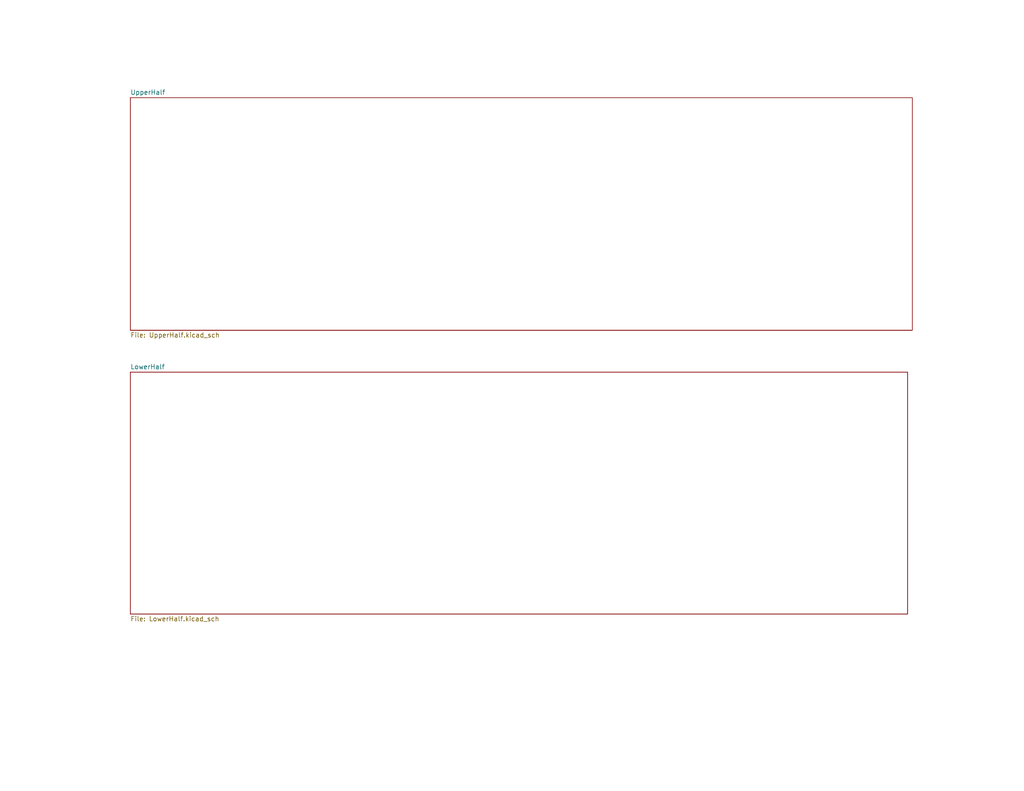
<source format=kicad_sch>
(kicad_sch (version 20230121) (generator eeschema)
  (paper "USLetter")
  (title_block (title "V502 Addressing Unit (Upper Half)"))
  (lib_symbols)
  (sheet (at 35.56 26.67) (size 213.36 63.5) (stroke (width 0.1524))
    (property "Sheetname" "UpperHalf" (at 35.56 25.9584 0) (effects (justify left bottom)))
    (property "Sheetfile" "UpperHalf.kicad_sch" (at 35.56 90.7546 0) (effects (justify left top)))
  )
  (sheet (at 35.56 101.6) (size 212.09 66.04) (stroke (width 0.1524))
    (property "Sheetname" "LowerHalf" (at 35.56 100.8884 0) (effects (justify left bottom)))
    (property "Sheetfile" "LowerHalf.kicad_sch" (at 35.56 168.2246 0) (effects (justify left top)))
  )
)
</source>
